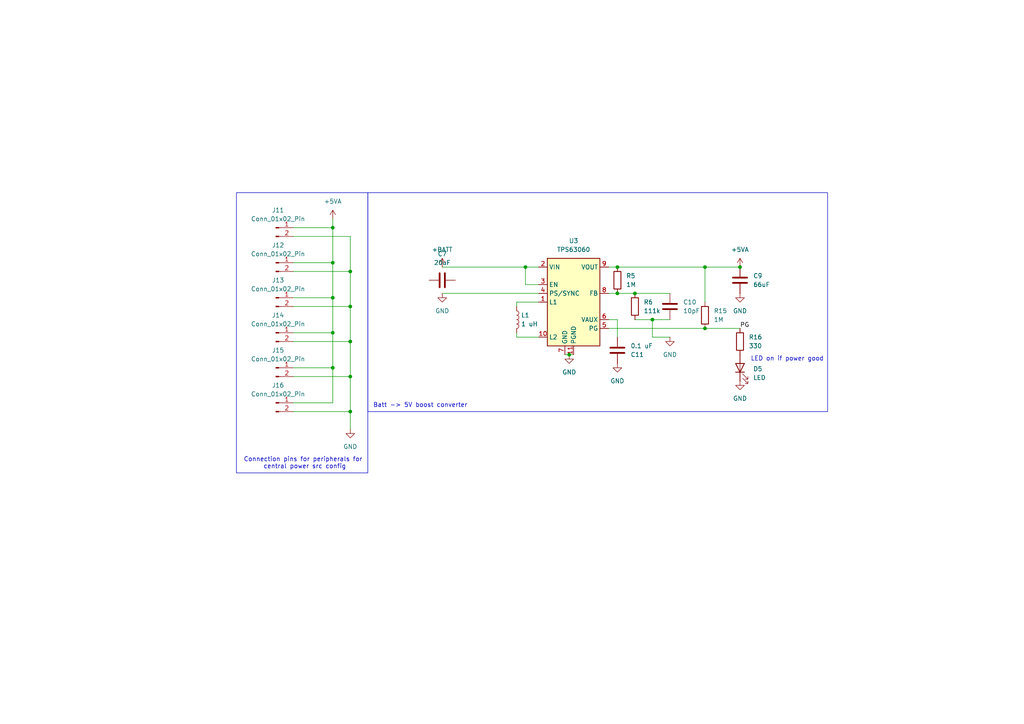
<source format=kicad_sch>
(kicad_sch (version 20231120) (generator "eeschema") (generator_version "8.0")
  (paper "A4")
  (lib_symbols
    (symbol "Connector:Conn_01x02_Pin" (pin_names (offset 1.016) hide)
      (property "Reference" "J" (at 0 2.54 0))
      (property "Value" "Conn_01x02_Pin" (at 0 -5.08 0))
      (symbol "Conn_01x02_Pin_1_1"
        (polyline (pts (xy 1.27 -2.54) (xy 0.8636 -2.54)) (stroke (width 0.1524)))
        (polyline (pts (xy 1.27 0) (xy 0.8636 0)) (stroke (width 0.1524)))
        (rectangle (start 0.8636 -2.413) (end 0 -2.667) (stroke (width 0.1524)) (fill (type outline)))
        (rectangle (start 0.8636 0.127) (end 0 -0.127) (stroke (width 0.1524)) (fill (type outline)))
        (pin passive line (at 5.08 0 180) (length 3.81) (name "Pin_1") (number "1"))
        (pin passive line (at 5.08 -2.54 180) (length 3.81) (name "Pin_2") (number "2"))
      )
    )
    (symbol "Device:C" (pin_numbers hide) (pin_names (offset 0.254))
      (property "Reference" "C" (at 0.635 2.54 0))
      (property "Value" "C" (at 0.635 -2.54 0))
      (symbol "C_0_1"
        (polyline (pts (xy -2.032 -0.762) (xy 2.032 -0.762)) (stroke (width 0.508)))
        (polyline (pts (xy -2.032 0.762) (xy 2.032 0.762)) (stroke (width 0.508)))
      )
      (symbol "C_1_1"
        (pin passive line (at 0 3.81 270) (length 2.794) (name "~") (number "1"))
        (pin passive line (at 0 -3.81 90) (length 2.794) (name "~") (number "2"))
      )
    )
    (symbol "Device:L" (pin_numbers hide) (pin_names (offset 1.016) hide)
      (property "Reference" "L" (at -1.27 0 90))
      (property "Value" "L" (at 1.905 0 90))
      (symbol "L_0_1"
        (arc (start 0 -2.54) (mid 0.6323 -1.905) (end 0 -1.27))
        (arc (start 0 -1.27) (mid 0.6323 -0.635) (end 0 0))
        (arc (start 0 0) (mid 0.6323 0.635) (end 0 1.27))
        (arc (start 0 1.27) (mid 0.6323 1.905) (end 0 2.54))
      )
      (symbol "L_1_1"
        (pin passive line (at 0 3.81 270) (length 1.27) (name "1") (number "1"))
        (pin passive line (at 0 -3.81 90) (length 1.27) (name "2") (number "2"))
      )
    )
    (symbol "Device:LED" (pin_numbers hide) (pin_names (offset 1.016) hide)
      (property "Reference" "D" (at 0 2.54 0))
      (property "Value" "LED" (at 0 -2.54 0))
      (symbol "LED_0_1"
        (polyline (pts (xy -1.27 -1.27) (xy -1.27 1.27)) (stroke (width 0.254)))
        (polyline (pts (xy -1.27 0) (xy 1.27 0)))
        (polyline (pts (xy 1.27 -1.27) (xy 1.27 1.27) (xy -1.27 0) (xy 1.27 -1.27)) (stroke (width 0.254)))
        (polyline (pts (xy -3.048 -0.762) (xy -4.572 -2.286) (xy -3.81 -2.286) (xy -4.572 -2.286) (xy -4.572 -1.524)))
        (polyline (pts (xy -1.778 -0.762) (xy -3.302 -2.286) (xy -2.54 -2.286) (xy -3.302 -2.286) (xy -3.302 -1.524)))
      )
      (symbol "LED_1_1"
        (pin passive line (at -3.81 0 0) (length 2.54) (name "K") (number "1"))
        (pin passive line (at 3.81 0 180) (length 2.54) (name "A") (number "2"))
      )
    )
    (symbol "Device:R" (pin_numbers hide) (pin_names (offset 0))
      (property "Reference" "R" (at 2.032 0 90))
      (property "Value" "R" (at 0 0 90))
      (symbol "R_0_1"
        (rectangle (start -1.016 -2.54) (end 1.016 2.54) (stroke (width 0.254)))
      )
      (symbol "R_1_1"
        (pin passive line (at 0 3.81 270) (length 1.27) (name "~") (number "1"))
        (pin passive line (at 0 -3.81 90) (length 1.27) (name "~") (number "2"))
      )
    )
    (symbol "Regulator_Switching:TPS63060"
      (property "Reference" "U" (at -7.62 13.97 0))
      (property "Value" "TPS63060" (at 2.54 13.97 0))
      (symbol "TPS63060_0_1"
        (rectangle (start -7.62 12.7) (end 7.62 -12.7) (stroke (width 0.254)) (fill (type background)))
      )
      (symbol "TPS63060_1_1"
        (pin input line (at -10.16 0 0) (length 2.54) (name "L1") (number "1"))
        (pin input line (at -10.16 -10.16 0) (length 2.54) (name "L2") (number "10"))
        (pin power_in line (at 0 -15.24 90) (length 2.54) (name "PGND") (number "11"))
        (pin power_in line (at -10.16 10.16 0) (length 2.54) (name "VIN") (number "2"))
        (pin input line (at -10.16 5.08 0) (length 2.54) (name "EN") (number "3"))
        (pin input line (at -10.16 2.54 0) (length 2.54) (name "PS/SYNC") (number "4"))
        (pin output line (at 10.16 -7.62 180) (length 2.54) (name "PG") (number "5"))
        (pin passive line (at 10.16 -5.08 180) (length 2.54) (name "VAUX") (number "6"))
        (pin power_in line (at -2.54 -15.24 90) (length 2.54) (name "GND") (number "7"))
        (pin input line (at 10.16 2.54 180) (length 2.54) (name "FB") (number "8"))
        (pin power_out line (at 10.16 10.16 180) (length 2.54) (name "VOUT") (number "9"))
      )
    )
    (symbol "power:+5VA" (power) (pin_numbers hide) (pin_names (offset 0) hide)
      (property "Value" "+5VA" (at 0 3.556 0))
      (symbol "+5VA_0_1"
        (polyline (pts (xy -0.762 1.27) (xy 0 2.54)))
        (polyline (pts (xy 0 0) (xy 0 2.54)))
        (polyline (pts (xy 0 2.54) (xy 0.762 1.27)))
      )
      (symbol "+5VA_1_1"
        (pin power_in line (at 0 0 90) (length 0) (name "~") (number "1"))
      )
    )
    (symbol "power:+BATT" (power) (pin_numbers hide) (pin_names (offset 0) hide)
      (property "Value" "+BATT" (at 0 3.556 0))
      (symbol "+BATT_0_1"
        (polyline (pts (xy -0.762 1.27) (xy 0 2.54)))
        (polyline (pts (xy 0 0) (xy 0 2.54)))
        (polyline (pts (xy 0 2.54) (xy 0.762 1.27)))
      )
      (symbol "+BATT_1_1"
        (pin power_in line (at 0 0 90) (length 0) (name "~") (number "1"))
      )
    )
    (symbol "power:GND" (power) (pin_numbers hide) (pin_names (offset 0) hide)
      (property "Value" "GND" (at 0 -3.81 0))
      (symbol "GND_0_1"
        (polyline (pts (xy 0 0) (xy 0 -1.27) (xy 1.27 -1.27) (xy 0 -2.54) (xy -1.27 -1.27) (xy 0 -1.27)))
      )
      (symbol "GND_1_1"
        (pin power_in line (at 0 0 270) (length 0) (name "~") (number "1"))
      )
    )
  )
  (junction (at 101.6 88.9))
  (junction (at 96.52 96.52))
  (junction (at 204.47 77.47))
  (junction (at 184.15 85.09))
  (junction (at 214.63 77.47))
  (junction (at 179.07 85.09))
  (junction (at 101.6 99.06))
  (junction (at 165.1 102.87))
  (junction (at 96.52 106.68))
  (junction (at 101.6 119.38))
  (junction (at 152.4 77.47))
  (junction (at 204.47 95.25))
  (junction (at 96.52 86.36))
  (junction (at 101.6 109.22))
  (junction (at 96.52 76.2))
  (junction (at 179.07 77.47))
  (junction (at 96.52 66.04))
  (junction (at 101.6 78.74))
  (junction (at 189.23 92.71))
  (wire (pts (xy 85.09 119.38) (xy 101.6 119.38)))
  (wire (pts (xy 85.09 86.36) (xy 96.52 86.36)))
  (wire (pts (xy 149.86 96.52) (xy 149.86 97.79)))
  (wire (pts (xy 96.52 96.52) (xy 96.52 106.68)))
  (wire (pts (xy 85.09 76.2) (xy 96.52 76.2)))
  (wire (pts (xy 184.15 92.71) (xy 189.23 92.71)))
  (wire (pts (xy 85.09 96.52) (xy 96.52 96.52)))
  (wire (pts (xy 85.09 66.04) (xy 96.52 66.04)))
  (wire (pts (xy 128.27 77.47) (xy 152.4 77.47)))
  (wire (pts (xy 128.27 85.09) (xy 156.21 85.09)))
  (wire (pts (xy 101.6 68.58) (xy 101.6 78.74)))
  (wire (pts (xy 96.52 76.2) (xy 96.52 86.36)))
  (wire (pts (xy 204.47 77.47) (xy 204.47 87.63)))
  (wire (pts (xy 176.53 77.47) (xy 179.07 77.47)))
  (wire (pts (xy 165.1 102.87) (xy 166.37 102.87)))
  (wire (pts (xy 152.4 77.47) (xy 156.21 77.47)))
  (wire (pts (xy 176.53 95.25) (xy 204.47 95.25)))
  (wire (pts (xy 149.86 87.63) (xy 149.86 88.9)))
  (wire (pts (xy 163.83 102.87) (xy 165.1 102.87)))
  (wire (pts (xy 189.23 97.79) (xy 194.31 97.79)))
  (wire (pts (xy 101.6 99.06) (xy 101.6 109.22)))
  (wire (pts (xy 179.07 77.47) (xy 204.47 77.47)))
  (wire (pts (xy 101.6 119.38) (xy 101.6 124.46)))
  (wire (pts (xy 85.09 116.84) (xy 96.52 116.84)))
  (wire (pts (xy 156.21 87.63) (xy 149.86 87.63)))
  (wire (pts (xy 189.23 92.71) (xy 189.23 97.79)))
  (wire (pts (xy 96.52 63.5) (xy 96.52 66.04)))
  (wire (pts (xy 152.4 82.55) (xy 152.4 77.47)))
  (wire (pts (xy 85.09 68.58) (xy 101.6 68.58)))
  (wire (pts (xy 96.52 106.68) (xy 96.52 116.84)))
  (wire (pts (xy 204.47 77.47) (xy 214.63 77.47)))
  (wire (pts (xy 96.52 86.36) (xy 96.52 96.52)))
  (wire (pts (xy 204.47 95.25) (xy 214.63 95.25)))
  (wire (pts (xy 176.53 92.71) (xy 179.07 92.71)))
  (wire (pts (xy 101.6 88.9) (xy 101.6 99.06)))
  (wire (pts (xy 101.6 78.74) (xy 101.6 88.9)))
  (wire (pts (xy 85.09 99.06) (xy 101.6 99.06)))
  (wire (pts (xy 179.07 92.71) (xy 179.07 97.79)))
  (wire (pts (xy 184.15 85.09) (xy 194.31 85.09)))
  (wire (pts (xy 96.52 66.04) (xy 96.52 76.2)))
  (wire (pts (xy 149.86 97.79) (xy 156.21 97.79)))
  (wire (pts (xy 179.07 85.09) (xy 184.15 85.09)))
  (wire (pts (xy 156.21 82.55) (xy 152.4 82.55)))
  (wire (pts (xy 85.09 106.68) (xy 96.52 106.68)))
  (wire (pts (xy 85.09 109.22) (xy 101.6 109.22)))
  (wire (pts (xy 101.6 109.22) (xy 101.6 119.38)))
  (wire (pts (xy 85.09 88.9) (xy 101.6 88.9)))
  (wire (pts (xy 85.09 78.74) (xy 101.6 78.74)))
  (wire (pts (xy 176.53 85.09) (xy 179.07 85.09)))
  (wire (pts (xy 189.23 92.71) (xy 194.31 92.71)))
  (rectangle (start 106.68 55.88) (end 240.03 119.38))
  (rectangle (start 68.58 55.88) (end 106.68 137.16))
  (text "Batt -> 5V boost converter" (at 108.204 117.602 0) (effects (font (size 1.27 1.27)) (justify left)))
  (text "Connection pins for peripherals for \ncentral power src config\n" (at 88.392 134.366 0) (effects (font (size 1.27 1.27))))
  (text "LED on if power good" (at 228.346 104.14 0) (effects (font (size 1.27 1.27))))
  (label "PG" (at 214.63 95.25 0))
  (symbol (lib_id "Connector:Conn_01x02_Pin") (at 80.01 96.52 0) (unit 1)
    (property "Reference" "J14" (at 80.645 91.44 0))
    (property "Value" "Conn_01x02_Pin" (at 80.645 93.98 0))
    (property "Footprint" "Connector_PinHeader_2.00mm:PinHeader_1x02_P2.00mm_Vertical_SMD_Pin1Right" (effects (hide yes)))
    (property "Description" "Generic connector, single row, 01x02, script generated" (effects (hide yes)))
  )
  (symbol (lib_id "power:+5VA") (at 214.63 77.47 0) (unit 1)
    (property "Reference" "#PWR030" (effects (hide yes)))
    (property "Value" "+5VA" (at 214.63 72.39 0))
    (property "Description" "Power symbol creates a global label with name \"+5VA\"" (effects (hide yes)))
  )
  (symbol (lib_id "Regulator_Switching:TPS63060") (at 166.37 87.63 0) (unit 1)
    (property "Reference" "U3" (at 166.37 69.85 0))
    (property "Value" "TPS63060" (at 166.37 72.39 0))
    (property "Footprint" "Package_SON:Texas_S-PWSON-N10_ThermalVias" (effects (hide yes)))
    (property "Datasheet" "http://www.ti.com/lit/ds/symlink/tps63060.pdf" (effects (hide yes)))
    (property "Description" "Buck-Boost Converter, 2.5-12V Input Voltage, 2-A Switch Current, Adjustable 2.5-8V Output Voltage, S-PWSON-N10" (effects (hide yes)))
  )
  (symbol (lib_id "Device:R") (at 204.47 91.44 0) (unit 1)
    (property "Reference" "R15" (at 207.01 90.1699 0) (effects (justify left)))
    (property "Value" "1M" (at 207.01 92.7099 0) (effects (justify left)))
    (property "Footprint" "Resistor_SMD:R_0603_1608Metric" (effects (hide yes)))
    (property "Description" "Resistor" (effects (hide yes)))
  )
  (symbol (lib_id "power:GND") (at 179.07 105.41 0) (unit 1)
    (property "Reference" "#PWR039" (effects (hide yes)))
    (property "Value" "GND" (at 179.07 110.49 0))
    (property "Description" "Power symbol creates a global label with name \"GND\" , ground" (effects (hide yes)))
  )
  (symbol (lib_id "Connector:Conn_01x02_Pin") (at 80.01 76.2 0) (unit 1)
    (property "Reference" "J12" (at 80.645 71.12 0))
    (property "Value" "Conn_01x02_Pin" (at 80.645 73.66 0))
    (property "Footprint" "Connector_PinHeader_2.00mm:PinHeader_1x02_P2.00mm_Vertical_SMD_Pin1Right" (effects (hide yes)))
    (property "Description" "Generic connector, single row, 01x02, script generated" (effects (hide yes)))
  )
  (symbol (lib_id "power:GND") (at 214.63 110.49 0) (unit 1)
    (property "Reference" "#PWR031" (effects (hide yes)))
    (property "Value" "GND" (at 214.63 115.57 0))
    (property "Description" "Power symbol creates a global label with name \"GND\" , ground" (effects (hide yes)))
  )
  (symbol (lib_id "power:GND") (at 194.31 97.79 0) (unit 1)
    (property "Reference" "#PWR014" (effects (hide yes)))
    (property "Value" "GND" (at 194.31 102.87 0))
    (property "Description" "Power symbol creates a global label with name \"GND\" , ground" (effects (hide yes)))
  )
  (symbol (lib_id "Device:C") (at 128.27 81.28 90) (unit 1)
    (property "Reference" "C7" (at 128.27 73.66 90))
    (property "Value" "20uF" (at 128.27 76.2 90))
    (property "Footprint" "Capacitor_SMD:C_0603_1608Metric" (effects (hide yes)))
    (property "Description" "Unpolarized capacitor" (effects (hide yes)))
  )
  (symbol (lib_id "Connector:Conn_01x02_Pin") (at 80.01 86.36 0) (unit 1)
    (property "Reference" "J13" (at 80.645 81.28 0))
    (property "Value" "Conn_01x02_Pin" (at 80.645 83.82 0))
    (property "Footprint" "Connector_PinHeader_2.00mm:PinHeader_1x02_P2.00mm_Vertical_SMD_Pin1Right" (effects (hide yes)))
    (property "Description" "Generic connector, single row, 01x02, script generated" (effects (hide yes)))
  )
  (symbol (lib_id "Device:C") (at 214.63 81.28 0) (unit 1)
    (property "Reference" "C9" (at 218.44 80.0099 0) (effects (justify left)))
    (property "Value" "66uF" (at 218.44 82.5499 0) (effects (justify left)))
    (property "Footprint" "Capacitor_SMD:C_0603_1608Metric" (effects (hide yes)))
    (property "Description" "Unpolarized capacitor" (effects (hide yes)))
  )
  (symbol (lib_id "Device:R") (at 214.63 99.06 0) (unit 1)
    (property "Reference" "R16" (at 217.17 97.7899 0) (effects (justify left)))
    (property "Value" "330" (at 217.17 100.3299 0) (effects (justify left)))
    (property "Footprint" "Resistor_SMD:R_0603_1608Metric" (effects (hide yes)))
    (property "Description" "Resistor" (effects (hide yes)))
  )
  (symbol (lib_id "Device:L") (at 149.86 92.71 0) (unit 1)
    (property "Reference" "L1" (at 151.13 91.4399 0) (effects (justify left)))
    (property "Value" "1 uH" (at 151.13 93.9799 0) (effects (justify left)))
    (property "Footprint" "Inductor_SMD:L_0805_2012Metric" (effects (hide yes)))
    (property "Description" "Inductor" (effects (hide yes)))
  )
  (symbol (lib_id "Device:R") (at 184.15 88.9 0) (unit 1)
    (property "Reference" "R6" (at 186.69 87.6299 0) (effects (justify left)))
    (property "Value" "111k" (at 186.69 90.1699 0) (effects (justify left)))
    (property "Footprint" "Resistor_SMD:R_0603_1608Metric" (effects (hide yes)))
    (property "Description" "Resistor" (effects (hide yes)))
  )
  (symbol (lib_id "Device:C") (at 194.31 88.9 0) (unit 1)
    (property "Reference" "C10" (at 198.12 87.6299 0) (effects (justify left)))
    (property "Value" "10pF" (at 198.12 90.1699 0) (effects (justify left)))
    (property "Footprint" "Capacitor_SMD:C_0603_1608Metric" (effects (hide yes)))
    (property "Description" "Unpolarized capacitor" (effects (hide yes)))
  )
  (symbol (lib_id "power:GND") (at 101.6 124.46 0) (unit 1)
    (property "Reference" "#PWR040" (effects (hide yes)))
    (property "Value" "GND" (at 101.6 129.54 0))
    (property "Description" "Power symbol creates a global label with name \"GND\" , ground" (effects (hide yes)))
  )
  (symbol (lib_id "power:GND") (at 214.63 85.09 0) (unit 1)
    (property "Reference" "#PWR032" (effects (hide yes)))
    (property "Value" "GND" (at 214.63 90.17 0))
    (property "Description" "Power symbol creates a global label with name \"GND\" , ground" (effects (hide yes)))
  )
  (symbol (lib_id "power:+BATT") (at 128.27 77.47 0) (mirror y) (unit 1)
    (property "Reference" "#PWR024" (effects (hide yes)))
    (property "Value" "+BATT" (at 128.27 72.39 0))
    (property "Description" "Power symbol creates a global label with name \"+BATT\"" (effects (hide yes)))
  )
  (symbol (lib_id "Connector:Conn_01x02_Pin") (at 80.01 66.04 0) (unit 1)
    (property "Reference" "J11" (at 80.645 60.96 0))
    (property "Value" "Conn_01x02_Pin" (at 80.645 63.5 0))
    (property "Footprint" "Connector_PinHeader_2.00mm:PinHeader_1x02_P2.00mm_Vertical_SMD_Pin1Right" (effects (hide yes)))
    (property "Description" "Generic connector, single row, 01x02, script generated" (effects (hide yes)))
  )
  (symbol (lib_id "Device:C") (at 179.07 101.6 0) (mirror x) (unit 1)
    (property "Reference" "C11" (at 182.88 102.8701 0) (effects (justify left)))
    (property "Value" "0.1 uF" (at 182.88 100.3301 0) (effects (justify left)))
    (property "Footprint" "Capacitor_SMD:C_0603_1608Metric" (effects (hide yes)))
    (property "Description" "Unpolarized capacitor" (effects (hide yes)))
  )
  (symbol (lib_id "power:GND") (at 128.27 85.09 0) (unit 1)
    (property "Reference" "#PWR026" (effects (hide yes)))
    (property "Value" "GND" (at 128.27 90.17 0))
    (property "Description" "Power symbol creates a global label with name \"GND\" , ground" (effects (hide yes)))
  )
  (symbol (lib_id "Connector:Conn_01x02_Pin") (at 80.01 106.68 0) (unit 1)
    (property "Reference" "J15" (at 80.645 101.6 0))
    (property "Value" "Conn_01x02_Pin" (at 80.645 104.14 0))
    (property "Footprint" "Connector_PinHeader_2.00mm:PinHeader_1x02_P2.00mm_Vertical_SMD_Pin1Right" (effects (hide yes)))
    (property "Description" "Generic connector, single row, 01x02, script generated" (effects (hide yes)))
  )
  (symbol (lib_id "Connector:Conn_01x02_Pin") (at 80.01 116.84 0) (unit 1)
    (property "Reference" "J16" (at 80.645 111.76 0))
    (property "Value" "Conn_01x02_Pin" (at 80.645 114.3 0))
    (property "Footprint" "Connector_PinHeader_2.00mm:PinHeader_1x02_P2.00mm_Vertical_SMD_Pin1Right" (effects (hide yes)))
    (property "Description" "Generic connector, single row, 01x02, script generated" (effects (hide yes)))
  )
  (symbol (lib_id "power:GND") (at 165.1 102.87 0) (unit 1)
    (property "Reference" "#PWR033" (effects (hide yes)))
    (property "Value" "GND" (at 165.1 107.95 0))
    (property "Description" "Power symbol creates a global label with name \"GND\" , ground" (effects (hide yes)))
  )
  (symbol (lib_id "Device:R") (at 179.07 81.28 0) (unit 1)
    (property "Reference" "R5" (at 181.61 80.0099 0) (effects (justify left)))
    (property "Value" "1M" (at 181.61 82.5499 0) (effects (justify left)))
    (property "Footprint" "Resistor_SMD:R_0603_1608Metric" (effects (hide yes)))
    (property "Description" "Resistor" (effects (hide yes)))
  )
  (symbol (lib_id "Device:LED") (at 214.63 106.68 90) (unit 1)
    (property "Reference" "D5" (at 218.44 106.9974 90) (effects (justify right)))
    (property "Value" "LED" (at 218.44 109.5374 90) (effects (justify right)))
    (property "Footprint" "LED_SMD:LED_0805_2012Metric" (effects (hide yes)))
    (property "Description" "Light emitting diode" (effects (hide yes)))
  )
  (symbol (lib_id "power:+5VA") (at 96.52 63.5 0) (unit 1)
    (property "Reference" "#PWR041" (effects (hide yes)))
    (property "Value" "+5VA" (at 96.52 58.42 0))
    (property "Description" "Power symbol creates a global label with name \"+5VA\"" (effects (hide yes)))
  )
)
</source>
